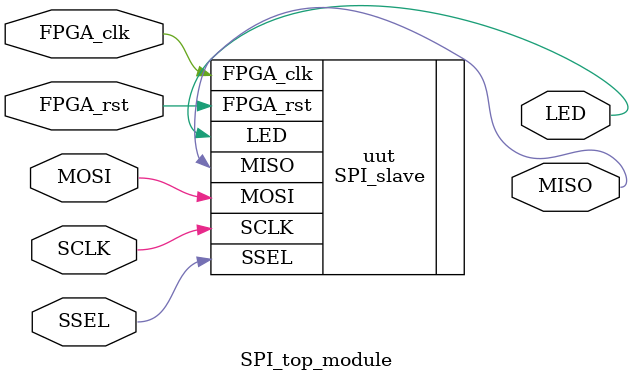
<source format=v>
`timescale 1ns / 1ps


module SPI_top_module(
    // Internal clock that runs faster than SPI clk
    input FPGA_clk,
    input FPGA_rst,
    
    // SPI comms protocol
    input SCLK,
    input SSEL,
    input MOSI,
    output MISO,
    output LED

);

wire PTS_en_out;
wire [3:0] index;
wire PTS_ser_data_in;

wire [15:0] SPI_data_line;
wire [15:0] PTS_data_line;

SPI_slave uut
(
    .FPGA_clk(FPGA_clk),
    .FPGA_rst(FPGA_rst),
    
    .SCLK(SCLK),
    .SSEL(SSEL),
    .MOSI(MOSI),
    .MISO(MISO),
    .LED(LED)
);

/*
PTS_module PTS_module
(
    .FPGA_clk(FPGA_clk),
    .FPGA_rst(FPGA_rst),
    
    .en(PTS_en_out),
    .index(index),
    
    .data_in(PTS_data_line),
    .ser_data_out(PTS_ser_data_in)
);


assign data_line = (~PTS_en_out) ? SPI_data_line : 16'bz;
assign PTS_data_line = data_line;
*/

endmodule

</source>
